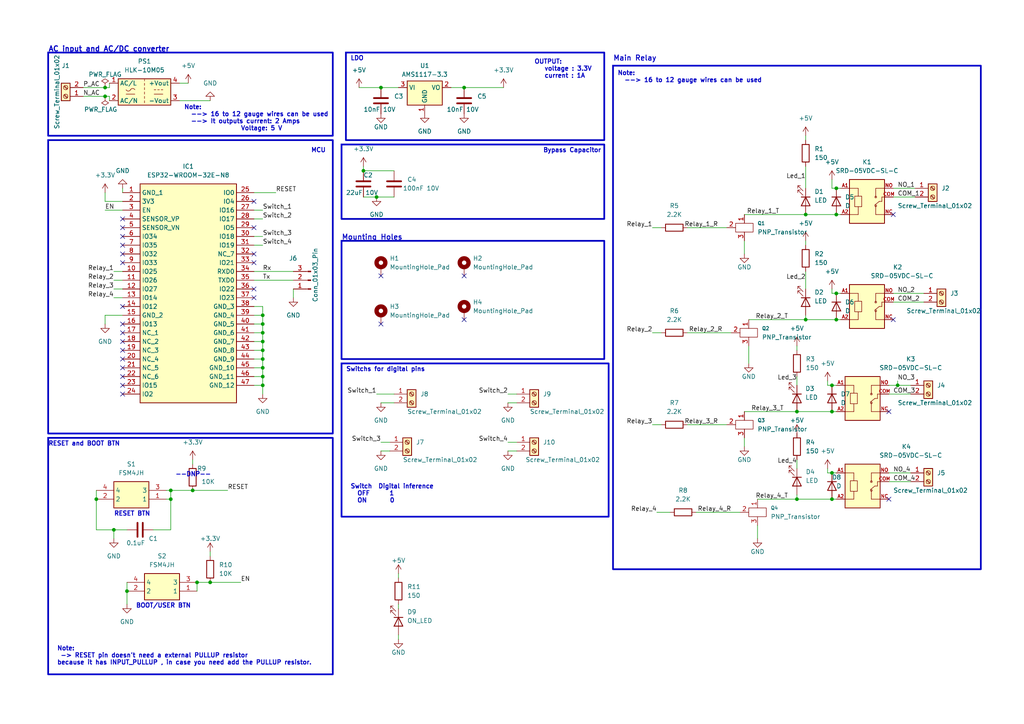
<source format=kicad_sch>
(kicad_sch (version 20230121) (generator eeschema)
  (paper "A4")
  (title_block (title "ESP32_Relay") (date "2024-04-05") (rev "Version : 1") (company "lipson's lab"))
  (lib_symbols
    (symbol "Connector:Conn_01x03_Pin" (pin_names (offset 1.016) hide)
      (property "Reference" "J" (at 0 5.08 0))
      (property "Value" "Conn_01x03_Pin" (at 0 -5.08 0))
      (symbol "Conn_01x03_Pin_1_1"
        (pin passive line (at 5.08 2.54 180) (length 3.81) (name "Pin_1") (number "1"))
        (pin passive line (at 5.08 0 180) (length 3.81) (name "Pin_2") (number "2"))
        (pin passive line (at 5.08 -2.54 180) (length 3.81) (name "Pin_3") (number "3"))
      )
    )
    (symbol "Connector:Screw_Terminal_01x02" (pin_names (offset 1.016) hide)
      (property "Reference" "J" (at 0 2.54 0))
      (property "Value" "Screw_Terminal_01x02" (at 0 -5.08 0))
      (symbol "Screw_Terminal_01x02_1_1"
        (pin passive line (at -5.08 0 0) (length 3.81) (name "Pin_1") (number "1"))
        (pin passive line (at -5.08 -2.54 0) (length 3.81) (name "Pin_2") (number "2"))
      )
    )
    (symbol "Converter_ACDC:HLK-10M05"
      (property "Reference" "PS" (at 0 5.08 0))
      (property "Value" "HLK-10M05" (at 0 -5.08 0))
      (symbol "HLK-10M05_1_1"
        (pin power_in line (at -10.16 2.54 0) (length 2.54) (name "AC/L") (number "1"))
        (pin power_in line (at -10.16 -2.54 0) (length 2.54) (name "AC/N") (number "2"))
        (pin power_out line (at 10.16 -2.54 180) (length 2.54) (name "-Vout") (number "3"))
        (pin power_out line (at 10.16 2.54 180) (length 2.54) (name "+Vout") (number "4"))
      )
    )
    (symbol "Device:C" (pin_numbers hide) (pin_names (offset 0.254))
      (property "Reference" "C" (at 0.635 2.54 0))
      (property "Value" "C" (at 0.635 -2.54 0))
      (symbol "C_1_1"
        (pin passive line (at 0 3.81 270) (length 2.794) (name "~") (number "1"))
        (pin passive line (at 0 -3.81 90) (length 2.794) (name "~") (number "2"))
      )
    )
    (symbol "Device:D" (pin_numbers hide) (pin_names (offset 1.016) hide)
      (property "Reference" "D" (at 0 2.54 0))
      (property "Value" "D" (at 0 -2.54 0))
      (symbol "D_1_1"
        (pin passive line (at -3.81 0 0) (length 2.54) (name "K") (number "1"))
        (pin passive line (at 3.81 0 180) (length 2.54) (name "A") (number "2"))
      )
    )
    (symbol "Device:LED" (pin_numbers hide) (pin_names (offset 1.016) hide)
      (property "Reference" "D" (at 0 2.54 0))
      (property "Value" "LED" (at 0 -2.54 0))
      (symbol "LED_1_1"
        (pin passive line (at -3.81 0 0) (length 2.54) (name "K") (number "1"))
        (pin passive line (at 3.81 0 180) (length 2.54) (name "A") (number "2"))
      )
    )
    (symbol "Device:R" (pin_numbers hide) (pin_names (offset 0))
      (property "Reference" "R" (at 2.032 0 90))
      (property "Value" "R" (at 0 0 90))
      (symbol "R_1_1"
        (pin passive line (at 0 3.81 270) (length 1.27) (name "~") (number "1"))
        (pin passive line (at 0 -3.81 90) (length 1.27) (name "~") (number "2"))
      )
    )
    (symbol "ESP32-WROOM-32E-N8:ESP32-WROOM-32E-N8"
      (property "Reference" "IC" (at 34.29 7.62 0))
      (property "Value" "ESP32-WROOM-32E-N8" (at 34.29 5.08 0))
      (symbol "ESP32-WROOM-32E-N8_1_1"
        (pin passive line (at 0 0 0) (length 5.08) (name "GND_1") (number "1"))
        (pin passive line (at 0 -22.86 0) (length 5.08) (name "IO25") (number "10"))
        (pin passive line (at 0 -25.4 0) (length 5.08) (name "IO26") (number "11"))
        (pin passive line (at 0 -27.94 0) (length 5.08) (name "IO27") (number "12"))
        (pin passive line (at 0 -30.48 0) (length 5.08) (name "IO14") (number "13"))
        (pin passive line (at 0 -33.02 0) (length 5.08) (name "IO12") (number "14"))
        (pin passive line (at 0 -35.56 0) (length 5.08) (name "GND_2") (number "15"))
        (pin passive line (at 0 -38.1 0) (length 5.08) (name "IO13") (number "16"))
        (pin passive line (at 0 -40.64 0) (length 5.08) (name "NC_1") (number "17"))
        (pin passive line (at 0 -43.18 0) (length 5.08) (name "NC_2") (number "18"))
        (pin passive line (at 0 -45.72 0) (length 5.08) (name "NC_3") (number "19"))
        (pin passive line (at 0 -2.54 0) (length 5.08) (name "3V3") (number "2"))
        (pin passive line (at 0 -48.26 0) (length 5.08) (name "NC_4") (number "20"))
        (pin passive line (at 0 -50.8 0) (length 5.08) (name "NC_5") (number "21"))
        (pin passive line (at 0 -53.34 0) (length 5.08) (name "NC_6") (number "22"))
        (pin passive line (at 0 -55.88 0) (length 5.08) (name "IO15") (number "23"))
        (pin passive line (at 0 -58.42 0) (length 5.08) (name "IO2") (number "24"))
        (pin passive line (at 38.1 0 180) (length 5.08) (name "IO0") (number "25"))
        (pin passive line (at 38.1 -2.54 180) (length 5.08) (name "IO4") (number "26"))
        (pin passive line (at 38.1 -5.08 180) (length 5.08) (name "IO16") (number "27"))
        (pin passive line (at 38.1 -7.62 180) (length 5.08) (name "IO17") (number "28"))
        (pin passive line (at 38.1 -10.16 180) (length 5.08) (name "IO5") (number "29"))
        (pin passive line (at 0 -5.08 0) (length 5.08) (name "EN") (number "3"))
        (pin passive line (at 38.1 -12.7 180) (length 5.08) (name "IO18") (number "30"))
        (pin passive line (at 38.1 -15.24 180) (length 5.08) (name "IO19") (number "31"))
        (pin passive line (at 38.1 -17.78 180) (length 5.08) (name "NC_7") (number "32"))
        (pin passive line (at 38.1 -20.32 180) (length 5.08) (name "IO21") (number "33"))
        (pin passive line (at 38.1 -22.86 180) (length 5.08) (name "RXD0") (number "34"))
        (pin passive line (at 38.1 -25.4 180) (length 5.08) (name "TXD0") (number "35"))
        (pin passive line (at 38.1 -27.94 180) (length 5.08) (name "IO22") (number "36"))
        (pin passive line (at 38.1 -30.48 180) (length 5.08) (name "IO23") (number "37"))
        (pin passive line (at 38.1 -33.02 180) (length 5.08) (name "GND_3") (number "38"))
        (pin passive line (at 38.1 -35.56 180) (length 5.08) (name "GND_4") (number "39"))
        (pin passive line (at 0 -7.62 0) (length 5.08) (name "SENSOR_VP") (number "4"))
        (pin passive line (at 38.1 -38.1 180) (length 5.08) (name "GND_5") (number "40"))
        (pin passive line (at 38.1 -40.64 180) (length 5.08) (name "GND_6") (number "41"))
        (pin passive line (at 38.1 -43.18 180) (length 5.08) (name "GND_7") (number "42"))
        (pin passive line (at 38.1 -45.72 180) (length 5.08) (name "GND_8") (number "43"))
        (pin passive line (at 38.1 -48.26 180) (length 5.08) (name "GND_9") (number "44"))
        (pin passive line (at 38.1 -50.8 180) (length 5.08) (name "GND_10") (number "45"))
        (pin passive line (at 38.1 -53.34 180) (length 5.08) (name "GND_11") (number "46"))
        (pin passive line (at 38.1 -55.88 180) (length 5.08) (name "GND_12") (number "47"))
        (pin passive line (at 0 -10.16 0) (length 5.08) (name "SENSOR_VN") (number "5"))
        (pin passive line (at 0 -12.7 0) (length 5.08) (name "IO34") (number "6"))
        (pin passive line (at 0 -15.24 0) (length 5.08) (name "IO35") (number "7"))
        (pin passive line (at 0 -17.78 0) (length 5.08) (name "IO32") (number "8"))
        (pin passive line (at 0 -20.32 0) (length 5.08) (name "IO33") (number "9"))
      )
    )
    (symbol "FSM4JH:FSM4JH"
      (property "Reference" "S" (at 16.51 7.62 0))
      (property "Value" "FSM4JH" (at 16.51 5.08 0))
      (symbol "FSM4JH_1_1"
        (pin passive line (at 0 0 0) (length 5.08) (name "1") (number "1"))
        (pin passive line (at 20.32 0 180) (length 5.08) (name "2") (number "2"))
        (pin passive line (at 0 -2.54 0) (length 5.08) (name "3") (number "3"))
        (pin passive line (at 20.32 -2.54 180) (length 5.08) (name "4") (number "4"))
      )
    )
    (symbol "Mechanical:MountingHole_Pad" (pin_numbers hide) (pin_names (offset 1.016) hide)
      (property "Reference" "H" (at 0 6.35 0))
      (property "Value" "MountingHole_Pad" (at 0 4.445 0))
      (symbol "MountingHole_Pad_1_1"
        (pin input line (at 0 -2.54 90) (length 2.54) (name "1") (number "1"))
      )
    )
    (symbol "Regulator_Linear:AMS1117-3.3"
      (property "Reference" "U" (at -3.81 3.175 0))
      (property "Value" "AMS1117-3.3" (at 0 3.175 0))
      (symbol "AMS1117-3.3_1_1"
        (pin power_in line (at 0 -7.62 90) (length 2.54) (name "GND") (number "1"))
        (pin power_out line (at 7.62 0 180) (length 2.54) (name "VO") (number "2"))
        (pin power_in line (at -7.62 0 0) (length 2.54) (name "VI") (number "3"))
      )
    )
    (symbol "S8550 2TY_PNP_SOT-23_SMD:S8550_2TY_PNP"
      (property "Reference" "Q" (at 1.27 2.54 0))
      (property "Value" "PNP_Transistor" (at 0 -11.43 0))
      (symbol "S8550_2TY_PNP_1_1"
        (pin passive line (at 0 3.81 270) (length 2.54) (name "") (number "1"))
        (pin passive line (at -5.08 0 0) (length 2.54) (name "") (number "2"))
        (pin passive line (at 0 -3.81 90) (length 2.54) (name "") (number "3"))
      )
    )
    (symbol "SRD-05VDC-SL-C:SRD-05VDC-SL-C" (pin_names (offset 1.016))
      (property "Reference" "K" (at -5.0809 5.843 0))
      (property "Value" "SRD-05VDC-SL-C" (at -5.0832 -10.1664 0))
      (symbol "SRD-05VDC-SL-C_0_0"
        (pin passive line (at -7.62 2.54 0) (length 2.54) (name "~") (number "A1"))
        (pin passive line (at -7.62 -5.08 0) (length 2.54) (name "~") (number "A2"))
        (pin passive line (at 7.62 0 180) (length 2.54) (name "~") (number "COM"))
        (pin passive line (at 7.62 -5.08 180) (length 2.54) (name "~") (number "NC"))
        (pin passive line (at 7.62 2.54 180) (length 2.54) (name "~") (number "NO"))
      )
    )
    (symbol "power:+3.3V" (power) (pin_names (offset 0))
      (property "Value" "+3.3V" (at 0 3.556 0))
      (symbol "+3.3V_1_1"
        (pin power_in line (at 0 0 90) (length 0) hide (name "+3.3V") (number "1"))
      )
    )
    (symbol "power:+5V" (power) (pin_names (offset 0))
      (property "Value" "+5V" (at 0 3.556 0))
      (symbol "+5V_1_1"
        (pin power_in line (at 0 0 90) (length 0) hide (name "+5V") (number "1"))
      )
    )
    (symbol "power:GND" (power) (pin_names (offset 0))
      (property "Value" "GND" (at 0 -3.81 0))
      (symbol "GND_1_1"
        (pin power_in line (at 0 0 270) (length 0) hide (name "GND") (number "1"))
      )
    )
    (symbol "power:PWR_FLAG" (power) (pin_numbers hide) (pin_names (offset 0) hide)
      (property "Value" "PWR_FLAG" (at 0 3.81 0))
      (symbol "PWR_FLAG_0_0"
        (pin power_out line (at 0 0 90) (length 0) (name "pwr") (number "1"))
      )
    )
  )
  (junction (at 57.15 168.91))
  (junction (at 76.2 111.76))
  (junction (at 76.2 104.14))
  (junction (at 233.68 92.71))
  (junction (at 76.2 93.98))
  (junction (at 49.53 142.24))
  (junction (at 76.2 96.52))
  (junction (at 76.2 91.44))
  (junction (at 241.3 137.16))
  (junction (at 55.88 142.24))
  (junction (at 60.96 168.91))
  (junction (at 110.49 25.4))
  (junction (at 30.48 27.94))
  (junction (at 241.3 119.38))
  (junction (at 33.02 153.67))
  (junction (at 242.57 92.71))
  (junction (at 134.62 25.4))
  (junction (at 241.3 111.76))
  (junction (at 76.2 99.06))
  (junction (at 105.41 49.53))
  (junction (at 30.48 25.4))
  (junction (at 76.2 101.6))
  (junction (at 36.83 171.45))
  (junction (at 109.22 57.15))
  (junction (at 231.14 144.78))
  (junction (at 76.2 106.68))
  (junction (at 260.35 111.76))
  (junction (at 241.3 144.78))
  (junction (at 76.2 109.22))
  (junction (at 242.57 62.23))
  (junction (at 27.94 144.78))
  (junction (at 231.14 119.38))
  (junction (at 233.68 62.23))
  (junction (at 242.57 54.61))
  (junction (at 49.53 144.78))
  (junction (at 242.57 85.09))
  (no_connect (at 35.56 104.14))
  (no_connect (at 35.56 63.5))
  (no_connect (at 134.62 80.01))
  (no_connect (at 35.56 71.12))
  (no_connect (at 259.08 92.71))
  (no_connect (at 35.56 68.58))
  (no_connect (at 73.66 83.82))
  (no_connect (at 110.49 93.98))
  (no_connect (at 35.56 96.52))
  (no_connect (at 73.66 86.36))
  (no_connect (at 259.08 62.23))
  (no_connect (at 134.62 92.71))
  (no_connect (at 35.56 73.66))
  (no_connect (at 35.56 106.68))
  (no_connect (at 257.81 119.38))
  (no_connect (at 35.56 93.98))
  (no_connect (at 35.56 88.9))
  (no_connect (at 35.56 111.76))
  (no_connect (at 73.66 73.66))
  (no_connect (at 35.56 76.2))
  (no_connect (at 73.66 58.42))
  (no_connect (at 35.56 101.6))
  (no_connect (at 73.66 76.2))
  (no_connect (at 257.81 144.78))
  (no_connect (at 35.56 66.04))
  (no_connect (at 35.56 109.22))
  (no_connect (at 35.56 99.06))
  (no_connect (at 110.49 80.01))
  (no_connect (at 35.56 114.3))
  (no_connect (at 73.66 66.04))
  (wire (pts (xy 33.02 153.67) (xy 33.02 156.21)))
  (wire (pts (xy 73.66 71.12) (xy 76.2 71.12)))
  (wire (pts (xy 36.83 168.91) (xy 36.83 171.45)))
  (wire (pts (xy 36.83 153.67) (xy 33.02 153.67)))
  (wire (pts (xy 85.09 83.82) (xy 85.09 86.36)))
  (wire (pts (xy 27.94 144.78) (xy 27.94 153.67)))
  (wire (pts (xy 33.02 78.74) (xy 35.56 78.74)))
  (wire (pts (xy 76.2 106.68) (xy 76.2 109.22)))
  (wire (pts (xy 147.32 116.84) (xy 149.86 116.84)))
  (wire (pts (xy 233.68 78.74) (xy 233.68 83.82)))
  (wire (pts (xy 190.5 148.59) (xy 194.31 148.59)))
  (wire (pts (xy 73.66 63.5) (xy 76.2 63.5)))
  (wire (pts (xy 49.53 144.78) (xy 49.53 142.24)))
  (wire (pts (xy 73.66 96.52) (xy 76.2 96.52)))
  (wire (pts (xy 49.53 142.24) (xy 55.88 142.24)))
  (wire (pts (xy 217.17 92.71) (xy 233.68 92.71)))
  (wire (pts (xy 30.48 93.98) (xy 30.48 91.44)))
  (wire (pts (xy 259.08 57.15) (xy 265.43 57.15)))
  (wire (pts (xy 242.57 85.09) (xy 243.84 85.09)))
  (wire (pts (xy 199.39 96.52) (xy 212.09 96.52)))
  (wire (pts (xy 233.68 69.85) (xy 233.68 71.12)))
  (wire (pts (xy 110.49 116.84) (xy 114.3 116.84)))
  (wire (pts (xy 147.32 114.3) (xy 149.86 114.3)))
  (wire (pts (xy 259.08 85.09) (xy 267.97 85.09)))
  (wire (pts (xy 33.02 81.28) (xy 35.56 81.28)))
  (wire (pts (xy 259.08 54.61) (xy 265.43 54.61)))
  (wire (pts (xy 215.9 69.85) (xy 215.9 73.66)))
  (wire (pts (xy 231.14 109.22) (xy 231.14 111.76)))
  (wire (pts (xy 31.75 27.94) (xy 31.75 29.21)))
  (wire (pts (xy 73.66 101.6) (xy 76.2 101.6)))
  (wire (pts (xy 73.66 91.44) (xy 76.2 91.44)))
  (wire (pts (xy 60.96 160.02) (xy 60.96 161.29)))
  (wire (pts (xy 73.66 55.88) (xy 80.01 55.88)))
  (wire (pts (xy 240.03 111.76) (xy 241.3 111.76)))
  (wire (pts (xy 231.14 119.38) (xy 241.3 119.38)))
  (wire (pts (xy 260.35 110.49) (xy 260.35 111.76)))
  (wire (pts (xy 147.32 130.81) (xy 149.86 130.81)))
  (wire (pts (xy 242.57 92.71) (xy 243.84 92.71)))
  (wire (pts (xy 73.66 88.9) (xy 76.2 88.9)))
  (wire (pts (xy 189.23 96.52) (xy 191.77 96.52)))
  (wire (pts (xy 110.49 130.81) (xy 113.03 130.81)))
  (wire (pts (xy 215.9 119.38) (xy 231.14 119.38)))
  (wire (pts (xy 231.14 143.51) (xy 231.14 144.78)))
  (wire (pts (xy 105.41 49.53) (xy 114.3 49.53)))
  (wire (pts (xy 242.57 62.23) (xy 243.84 62.23)))
  (wire (pts (xy 55.88 133.35) (xy 55.88 134.62)))
  (wire (pts (xy 73.66 111.76) (xy 76.2 111.76)))
  (wire (pts (xy 241.3 144.78) (xy 242.57 144.78)))
  (wire (pts (xy 110.49 25.4) (xy 115.57 25.4)))
  (wire (pts (xy 24.13 27.94) (xy 30.48 27.94)))
  (wire (pts (xy 44.45 153.67) (xy 49.53 153.67)))
  (wire (pts (xy 257.81 111.76) (xy 260.35 111.76)))
  (wire (pts (xy 233.68 92.71) (xy 242.57 92.71)))
  (wire (pts (xy 30.48 27.94) (xy 31.75 27.94)))
  (wire (pts (xy 54.61 24.13) (xy 52.07 24.13)))
  (wire (pts (xy 240.03 135.89) (xy 240.03 137.16)))
  (wire (pts (xy 241.3 85.09) (xy 242.57 85.09)))
  (wire (pts (xy 189.23 123.19) (xy 191.77 123.19)))
  (wire (pts (xy 60.96 168.91) (xy 69.85 168.91)))
  (wire (pts (xy 233.68 48.26) (xy 233.68 54.61)))
  (wire (pts (xy 215.9 127) (xy 215.9 129.54)))
  (wire (pts (xy 215.9 62.23) (xy 233.68 62.23)))
  (wire (pts (xy 30.48 55.88) (xy 30.48 58.42)))
  (wire (pts (xy 241.3 52.07) (xy 241.3 54.61)))
  (wire (pts (xy 48.26 142.24) (xy 49.53 142.24)))
  (wire (pts (xy 73.66 104.14) (xy 76.2 104.14)))
  (wire (pts (xy 104.14 25.4) (xy 110.49 25.4)))
  (wire (pts (xy 49.53 153.67) (xy 49.53 144.78)))
  (wire (pts (xy 76.2 88.9) (xy 76.2 91.44)))
  (wire (pts (xy 241.3 83.82) (xy 241.3 85.09)))
  (wire (pts (xy 259.08 87.63) (xy 267.97 87.63)))
  (wire (pts (xy 242.57 54.61) (xy 243.84 54.61)))
  (wire (pts (xy 233.68 39.37) (xy 233.68 40.64)))
  (wire (pts (xy 201.93 148.59) (xy 214.63 148.59)))
  (wire (pts (xy 241.3 119.38) (xy 242.57 119.38)))
  (wire (pts (xy 31.75 25.4) (xy 31.75 24.13)))
  (wire (pts (xy 130.81 25.4) (xy 134.62 25.4)))
  (wire (pts (xy 231.14 144.78) (xy 241.3 144.78)))
  (wire (pts (xy 73.66 60.96) (xy 76.2 60.96)))
  (wire (pts (xy 76.2 101.6) (xy 76.2 104.14)))
  (wire (pts (xy 73.66 78.74) (xy 85.09 78.74)))
  (wire (pts (xy 241.3 137.16) (xy 242.57 137.16)))
  (wire (pts (xy 30.48 91.44) (xy 35.56 91.44)))
  (wire (pts (xy 147.32 128.27) (xy 149.86 128.27)))
  (wire (pts (xy 199.39 123.19) (xy 210.82 123.19)))
  (wire (pts (xy 73.66 99.06) (xy 76.2 99.06)))
  (wire (pts (xy 231.14 133.35) (xy 231.14 135.89)))
  (wire (pts (xy 76.2 91.44) (xy 76.2 93.98)))
  (wire (pts (xy 240.03 110.49) (xy 240.03 111.76)))
  (wire (pts (xy 33.02 83.82) (xy 35.56 83.82)))
  (wire (pts (xy 30.48 25.4) (xy 31.75 25.4)))
  (wire (pts (xy 36.83 171.45) (xy 36.83 175.26)))
  (wire (pts (xy 73.66 68.58) (xy 76.2 68.58)))
  (wire (pts (xy 233.68 62.23) (xy 242.57 62.23)))
  (wire (pts (xy 233.68 91.44) (xy 233.68 92.71)))
  (wire (pts (xy 57.15 168.91) (xy 60.96 168.91)))
  (wire (pts (xy 76.2 96.52) (xy 76.2 99.06)))
  (wire (pts (xy 35.56 54.61) (xy 35.56 55.88)))
  (wire (pts (xy 48.26 144.78) (xy 49.53 144.78)))
  (wire (pts (xy 73.66 93.98) (xy 76.2 93.98)))
  (wire (pts (xy 109.22 114.3) (xy 114.3 114.3)))
  (wire (pts (xy 231.14 100.33) (xy 231.14 101.6)))
  (wire (pts (xy 52.07 29.21) (xy 60.96 29.21)))
  (wire (pts (xy 115.57 184.15) (xy 115.57 185.42)))
  (wire (pts (xy 30.48 58.42) (xy 35.56 58.42)))
  (wire (pts (xy 109.22 57.15) (xy 114.3 57.15)))
  (wire (pts (xy 105.41 48.26) (xy 105.41 49.53)))
  (wire (pts (xy 219.71 152.4) (xy 219.71 156.21)))
  (wire (pts (xy 27.94 153.67) (xy 33.02 153.67)))
  (wire (pts (xy 189.23 66.04) (xy 191.77 66.04)))
  (wire (pts (xy 33.02 86.36) (xy 35.56 86.36)))
  (wire (pts (xy 55.88 142.24) (xy 66.04 142.24)))
  (wire (pts (xy 76.2 109.22) (xy 76.2 111.76)))
  (wire (pts (xy 199.39 66.04) (xy 210.82 66.04)))
  (wire (pts (xy 30.48 60.96) (xy 35.56 60.96)))
  (wire (pts (xy 115.57 175.26) (xy 115.57 176.53)))
  (wire (pts (xy 134.62 25.4) (xy 146.05 25.4)))
  (wire (pts (xy 27.94 142.24) (xy 27.94 144.78)))
  (wire (pts (xy 115.57 166.37) (xy 115.57 167.64)))
  (wire (pts (xy 240.03 137.16) (xy 241.3 137.16)))
  (wire (pts (xy 241.3 54.61) (xy 242.57 54.61)))
  (wire (pts (xy 76.2 93.98) (xy 76.2 96.52)))
  (wire (pts (xy 73.66 109.22) (xy 76.2 109.22)))
  (wire (pts (xy 76.2 111.76) (xy 76.2 114.3)))
  (wire (pts (xy 241.3 111.76) (xy 242.57 111.76)))
  (wire (pts (xy 257.81 139.7) (xy 264.16 139.7)))
  (wire (pts (xy 73.66 81.28) (xy 85.09 81.28)))
  (wire (pts (xy 219.71 144.78) (xy 231.14 144.78)))
  (wire (pts (xy 57.15 168.91) (xy 57.15 171.45)))
  (wire (pts (xy 76.2 99.06) (xy 76.2 101.6)))
  (wire (pts (xy 73.66 106.68) (xy 76.2 106.68)))
  (wire (pts (xy 257.81 114.3) (xy 264.16 114.3)))
  (wire (pts (xy 217.17 100.33) (xy 217.17 105.41)))
  (wire (pts (xy 257.81 137.16) (xy 264.16 137.16)))
  (wire (pts (xy 260.35 111.76) (xy 264.16 111.76)))
  (wire (pts (xy 110.49 128.27) (xy 113.03 128.27)))
  (wire (pts (xy 24.13 25.4) (xy 30.48 25.4)))
  (wire (pts (xy 105.41 57.15) (xy 109.22 57.15)))
  (wire (pts (xy 76.2 104.14) (xy 76.2 106.68)))
  (rectangle (start 13.97 127) (end 96.52 195.58) (stroke (width 0.5)))
  (rectangle (start 99.06 105.41) (end 176.53 149.86) (stroke (width 0.5)))
  (rectangle (start 99.06 41.91) (end 175.26 63.5) (stroke (width 0.5)))
  (rectangle (start 13.97 15.24) (end 96.52 39.37) (stroke (width 0.5)))
  (rectangle (start 99.06 69.85) (end 175.26 104.14) (stroke (width 0.5)))
  (rectangle (start 177.8 19.05) (end 284.48 165.1) (stroke (width 0.5)))
  (rectangle (start 13.97 40.64) (end 96.52 125.73) (stroke (width 0.5)))
  (rectangle (start 100.33 15.24) (end 175.26 40.64) (stroke (width 0.5)))
  (text "Note:\n -> RESET pin doesn't need a external PULLUP resistor \nbecause it has INPUT_PULLUP , in case you need add the PULLUP resistor." (at 16.51 193.04 0) (effects (font (size 1.27 1.27) bold) (justify left bottom)))
  (text "Main Relay\n\n" (at 177.8 20.32 0) (effects (font (size 1.5 1.5) (thickness 0.254) bold) (justify left bottom)))
  (text "AC input and AC/DC converter\n" (at 13.97 15.24 0) (effects (font (size 1.5 1.5) (thickness 0.3) bold) (justify left bottom)))
  (text "OUTPUT:\n   voltage : 3.3V\n   current : 1A\n" (at 154.94 22.86 0) (effects (font (size 1.27 1.27) bold) (justify left bottom)))
  (text "Switch  Digital inference\n  OFF      1\n  ON       0" (at 101.6 146.05 0) (effects (font (size 1.27 1.27) bold) (justify left bottom)))
  (text "RESET BTN\n" (at 33.02 149.86 0) (effects (font (size 1.27 1.27) bold) (justify left bottom)))
  (text "RESET and BOOT BTN" (at 13.97 129.54 0) (effects (font (size 1.27 1.27) bold) (justify left bottom)))
  (text "Switchs for digital pins " (at 100.33 107.95 0) (effects (font (size 1.27 1.27) (thickness 0.254) bold) (justify left bottom)))
  (text "Note:\n  --> 16 to 12 gauge wires can be used\n  --> It outputs current: 2 Amps\n                 Voltage: 5 V" (at 53.34 38.1 0) (effects (font (size 1.27 1.27) bold) (justify left bottom)))
  (text "Note:\n  --> 16 to 12 gauge wires can be used\n" (at 179.07 24.13 0) (effects (font (size 1.27 1.27) (thickness 0.254) bold) (justify left bottom)))
  (text "Mounting Holes" (at 99.06 69.85 0) (effects (font (size 1.5 1.5) (thickness 0.254) bold) (justify left bottom)))
  (text "--DNP--" (at 50.8 138.43 0) (effects (font (size 1.27 1.27) (thickness 0.254) bold) (justify left bottom)))
  (text "Bypass Capacitor\n" (at 157.48 44.45 0) (effects (font (size 1.27 1.27) bold) (justify left bottom)))
  (text "MCU\n" (at 90.17 44.45 0) (effects (font (size 1.27 1.27) (thickness 0.254) bold) (justify left bottom)))
  (text "LDO\n" (at 101.6 17.78 0) (effects (font (size 1.27 1.27) bold) (justify left bottom)))
  (text "BOOT/USER BTN" (at 39.37 176.53 0) (effects (font (size 1.27 1.27) bold) (justify left bottom)))
  (label "Relay_2" (at 189.23 96.52 180))
  (label "Switch_4" (at 147.32 128.27 180))
  (label "EN" (at 30.48 60.96 0))
  (label "COM_2" (at 260.35 87.63 0))
  (label "NO_3" (at 260.35 110.49 0))
  (label "Relay_4_T" (at 228.6 144.78 180))
  (label "Relay_2" (at 33.02 81.28 180))
  (label "Led_4" (at 231.14 134.62 180))
  (label "COM_4" (at 259.08 139.7 0))
  (label "Switch_3" (at 76.2 68.58 0))
  (label "Relay_1_T" (at 226.06 62.23 180))
  (label "Relay_3_R" (at 208.28 123.19 180))
  (label "Switch_3" (at 110.49 128.27 180))
  (label "Switch_4" (at 76.2 71.12 0))
  (label "RESET" (at 80.01 55.88 0))
  (label "Switch_2" (at 76.2 63.5 0))
  (label "Relay_3" (at 189.23 123.19 180))
  (label "Relay_1" (at 33.02 78.74 180))
  (label "Led_1" (at 233.68 52.07 180))
  (label "Tx" (at 76.2 81.28 0))
  (label "Relay_1_R" (at 208.28 66.04 180))
  (label "Relay_2_T" (at 228.6 92.71 180))
  (label "Relay_3_T" (at 227.33 119.38 180))
  (label "COM_3" (at 259.08 114.3 0))
  (label "Relay_4" (at 33.02 86.36 180))
  (label "Switch_1" (at 76.2 60.96 0))
  (label "Relay_4_R" (at 212.09 148.59 180))
  (label "Switch_1" (at 109.22 114.3 180))
  (label "Led_2" (at 233.68 81.28 180))
  (label "Relay_3" (at 33.02 83.82 180))
  (label "N_AC" (at 24.13 27.94 0))
  (label "Relay_1" (at 189.23 66.04 180))
  (label "Switch_2" (at 147.32 114.3 180))
  (label "Relay_2_R" (at 209.55 96.52 180))
  (label "RESET" (at 66.04 142.24 0))
  (label "NO_1" (at 260.35 54.61 0))
  (label "NO_4" (at 259.08 137.16 0))
  (label "COM_1" (at 260.35 57.15 0))
  (label "EN" (at 69.85 168.91 0))
  (label "Led_3" (at 231.14 110.49 180))
  (label "Relay_4" (at 190.5 148.59 180))
  (label "Rx" (at 76.2 78.74 0))
  (label "P_AC" (at 24.13 25.4 0))
  (label "NO_2" (at 260.35 85.09 0))
  (symbol (lib_id "power:GND") (at 115.57 185.42 0) (unit 1)
    (property "Reference" "#PWR036" (effects hide))
    (property "Value" "GND" (at 115.57 189.23 0))
  )
  (symbol (lib_id "power:GND") (at 215.9 73.66 0) (unit 1)
    (property "Reference" "#PWR07" (effects hide))
    (property "Value" "GND" (at 215.9 77.47 0))
  )
  (symbol (lib_id "Device:R") (at 195.58 66.04 270) (unit 1)
    (property "Reference" "R5" (at 195.58 59.69 90))
    (property "Value" "2.2K" (at 195.58 62.23 90))
    (property "Footprint" "Resistor_SMD:R_0805_2012Metric" (effects hide))
    (property "Datasheet" "https://www.vishay.com/docs/20035/dcrcwe3.pdf" (effects hide))
    (property "10 pcs" "2.08" (effects hide))
    (property "Availability" "Stock , Mouser" (effects hide))
    (property "Description" "Thick Film Resistors - SMD 1/8watt 2.2Kohms 1% 100ppm" (effects hide))
    (property "Manufacturer_Name" "Vishay / Dale" (effects hide))
    (property "Manufacturer_Part_Number" "CRCW08052K20FKEA" (effects hide))
    (property "Price" "8.30" (effects hide))
  )
  (symbol (lib_id "Device:C") (at 40.64 153.67 90) (unit 1)
    (property "Reference" "C1" (at 44.45 156.21 90))
    (property "Value" "0.1uF" (at 39.37 157.48 90))
    (property "Footprint" "Capacitor_SMD:C_0805_2012Metric" (effects hide))
    (property "Datasheet" "https://www.mouser.in/datasheet/2/447/KEM_C1002_X7R_SMD-3316098.pdf" (effects hide))
    (property "10 pcs" "6.72" (effects hide))
    (property "Availability" "Stock  , Mouser" (effects hide))
    (property "Description" "Multilayer Ceramic Capacitors MLCC - SMD/SMT 10V 0.1uF X7R 0805 5%" (effects hide))
    (property "Manufacturer_Name" "KEMET" (effects hide))
    (property "Manufacturer_Part_Number" "C0805C104J8RACTU" (effects hide))
    (property "Price" "8.30" (effects hide))
  )
  (symbol (lib_id "power:+5V") (at 231.14 100.33 0) (unit 1)
    (property "Reference" "#PWR012" (effects hide))
    (property "Value" "+5V" (at 231.14 95.25 0))
  )
  (symbol (lib_id "Device:R") (at 195.58 96.52 90) (unit 1)
    (property "Reference" "R6" (at 195.58 90.17 90))
    (property "Value" "2.2K" (at 195.58 92.71 90))
    (property "Footprint" "Resistor_SMD:R_0805_2012Metric" (effects hide))
    (property "Datasheet" "https://www.vishay.com/docs/20035/dcrcwe3.pdf" (effects hide))
    (property "10 pcs" "2.08" (effects hide))
    (property "Availability" "Stock , Mouser" (effects hide))
    (property "Description" "Thick Film Resistors - SMD 1/8watt 2.2Kohms 1% 100ppm" (effects hide))
    (property "Manufacturer_Name" "Vishay / Dale" (effects hide))
    (property "Manufacturer_Part_Number" "CRCW08052K20FKEA" (effects hide))
    (property "Price" "8.30" (effects hide))
  )
  (symbol (lib_id "Device:R") (at 195.58 123.19 90) (unit 1)
    (property "Reference" "R7" (at 195.58 116.84 90))
    (property "Value" "2.2K" (at 195.58 119.38 90))
    (property "Footprint" "Resistor_SMD:R_0805_2012Metric" (effects hide))
    (property "Datasheet" "https://www.vishay.com/docs/20035/dcrcwe3.pdf" (effects hide))
    (property "10 pcs" "2.08" (effects hide))
    (property "Availability" "Stock , Mouser" (effects hide))
    (property "Description" "Thick Film Resistors - SMD 1/8watt 2.2Kohms 1% 100ppm" (effects hide))
    (property "Manufacturer_Name" "Vishay / Dale" (effects hide))
    (property "Manufacturer_Part_Number" "CRCW08052K20FKEA" (effects hide))
    (property "Price" "8.30" (effects hide))
  )
  (symbol (lib_id "Device:C") (at 110.49 29.21 0) (unit 1)
    (property "Reference" "C3" (at 114.3 27.94 0) (effects (justify left)))
    (property "Value" "10nF 10V" (at 105.41 31.75 0) (effects (justify left)))
    (property "Footprint" "Capacitor_SMD:C_0805_2012Metric" (effects hide))
    (property "Datasheet" "https://www.we-online.com/components/products/datasheet/885012007009.pdf" (effects hide))
    (property "10 pcs" "15.36" (effects hide))
    (property "Availability" "Stock , Mouser" (effects hide))
    (property "Description" "Multilayer Ceramic Capacitors MLCC - SMD/SMT WCAP-CSGP 0.01uF 0805 5% 10V MLCC" (effects hide))
    (property "Manufacturer_Name" "Wurth Elektronik" (effects hide))
    (property "Manufacturer_Part_Number" "885012007009" (effects hide))
    (property "Price" "16.60" (effects hide))
  )
  (symbol (lib_id "ESP32-WROOM-32E-N8:ESP32-WROOM-32E-N8") (at 35.56 55.88 0) (unit 1)
    (property "Reference" "IC1" (at 54.61 48.26 0))
    (property "Value" "ESP32-WROOM-32E-N8" (at 54.61 50.8 0))
    (property "Footprint" "ESP32-WROOM-32E-N8:ESP32WROOM32EN8" (effects hide))
    (property "Datasheet" "https://www.google.com/url?sa=t&rct=j&q=&esrc=s&source=web&cd=&ved=2ahUKEwjLw4ysybv2AhXFzIUKHZUbB64QFnoECCwQAQ&url=https%3A%2F%2Fwww.espressif.com%2Fsites%2Fdefault%2Ffiles%2Fdocumentation%2Fesp32-wroom-32e_esp32-wroom-32ue_datasheet_en.pdf&usg=AOvVaw1xSL" (effects hide))
    (property "Mouser Part Number" "356-ESP32WRM32E164PH" (effects hide))
    (property "Mouser Price/Stock" "https://www.mouser.co.uk/ProductDetail/Espressif-Systems/ESP32-WROOM-32E-N8?qs=Li%252BoUPsLEnsLnZW%252BGLgUhw%3D%3D" (effects hide))
    (property "Manufacturer_Name" "Espressif Systems" (effects hide))
    (property "Manufacturer_Part_Number" "ESP32-WROOM-32E-N8" (effects hide))
    (property "10 pcs" "----" (effects hide))
    (property "Availability" "Stock , Mouser" (effects hide))
    (property "Description" "Multiprotocol Modules SMD Module ESP32-WROOM-32E, ESP32-D0WD-V3, 8 MB SPI flash, PCB antenna" (effects hide))
    (property "Price" "232.40" (effects hide))
  )
  (symbol (lib_id "power:GND") (at 30.48 93.98 0) (unit 1)
    (property "Reference" "#PWR016" (effects hide))
    (property "Value" "GND" (at 30.48 99.06 0))
  )
  (symbol (lib_id "Mechanical:MountingHole_Pad") (at 110.49 77.47 0) (unit 1)
    (property "Reference" "H1" (at 113.03 74.93 0) (effects (justify left)))
    (property "Value" "MountingHole_Pad" (at 113.03 77.47 0) (effects (justify left)))
    (property "Footprint" "MountingHole:MountingHole_2.5mm_Pad" (effects hide))
    (property "Datasheet" "----" (effects hide))
    (property "10 pcs" "----" (effects hide))
    (property "Availability" "----" (effects hide))
    (property "Description" "----" (effects hide))
    (property "Manufacturer_Name" "----" (effects hide))
    (property "Manufacturer_Part_Number" "----" (effects hide))
    (property "Price" "----" (effects hide))
  )
  (symbol (lib_id "Connector:Screw_Terminal_01x02") (at 269.24 137.16 0) (unit 1)
    (property "Reference" "J5" (at 271.78 137.16 0) (effects (justify left)))
    (property "Value" "Screw_Terminal_01x02" (at 259.08 142.24 0) (effects (justify left)))
    (property "Footprint" "TerminalBlock_MetzConnect:TerminalBlock_MetzConnect_Type175_RT02702HBLC_1x02_P7.50mm_Horizontal" (effects hide))
    (property "Datasheet" "----" (effects hide))
    (property "10 pcs" "----" (effects hide))
    (property "Availability" "Stock , Componentstree" (effects hide))
    (property "Description" "A terminal block is a modular block" (effects hide))
    (property "Manufacturer_Name" "----" (effects hide))
    (property "Manufacturer_Part_Number" "https://componentstree.com/product/2-pin-7-5mm-pitch-pcb-terminal-block/" (effects hide))
    (property "Price" "14.16" (effects hide))
  )
  (symbol (lib_id "power:GND") (at 123.19 33.02 0) (unit 1)
    (property "Reference" "#PWR030" (effects hide))
    (property "Value" "GND" (at 123.19 38.1 0))
  )
  (symbol (lib_id "power:GND") (at 134.62 33.02 0) (unit 1)
    (property "Reference" "#PWR029" (effects hide))
    (property "Value" "GND" (at 134.62 38.1 0))
  )
  (symbol (lib_id "power:GND") (at 110.49 33.02 0) (unit 1)
    (property "Reference" "#PWR028" (effects hide))
    (property "Value" "GND" (at 110.49 36.83 0))
  )
  (symbol (lib_id "FSM4JH:FSM4JH") (at 57.15 171.45 180) (unit 1)
    (property "Reference" "S2" (at 46.99 161.29 0))
    (property "Value" "FSM4JH" (at 46.99 163.83 0))
    (property "Footprint" "FSM4JH_Tactile_Switch:FSM4JH" (effects hide))
    (property "Datasheet" "http://www.te.com/commerce/DocumentDelivery/DDEController?Action=showdoc&DocId=Customer+Drawing%7F1825910%7FC9%7Fpdf%7FEnglish%7FENG_CD_1825910_C9.pdf%7F1825910-6" (effects hide))
    (property "Mouser Part Number" "506-FSM4JH" (effects hide))
    (property "Mouser Price/Stock" "https://www.mouser.co.uk/ProductDetail/TE-Connectivity-Alcoswitch/FSM4JH?qs=g%252BEszo6zu8OwVWrHD2r3Rw%3D%3D" (effects hide))
    (property "Manufacturer_Name" "TE Connectivity" (effects hide))
    (property "Manufacturer_Part_Number" "FSM4JH" (effects hide))
    (property "10 pcs" "10.96" (effects hide))
    (property "Availability" "Stock , Mouser" (effects hide))
    (property "Description" "Tactile Switches SPST OFF-(ON) Round pushbutton" (effects hide))
    (property "Price" "11.62" (effects hide))
  )
  (symbol (lib_id "power:+5V") (at 240.03 135.89 0) (unit 1)
    (property "Reference" "#PWR05" (effects hide))
    (property "Value" "+5V" (at 240.03 130.81 0))
  )
  (symbol (lib_id "FSM4JH:FSM4JH") (at 48.26 144.78 180) (unit 1)
    (property "Reference" "S1" (at 38.1 134.62 0))
    (property "Value" "FSM4JH" (at 38.1 137.16 0))
    (property "Footprint" "FSM4JH_Tactile_Switch:FSM4JH" (effects hide))
    (property "Datasheet" "http://www.te.com/commerce/DocumentDelivery/DDEController?Action=showdoc&DocId=Customer+Drawing%7F1825910%7FC9%7Fpdf%7FEnglish%7FENG_CD_1825910_C9.pdf%7F1825910-6" (effects hide))
    (property "Mouser Part Number" "506-FSM4JH" (effects hide))
    (property "Mouser Price/Stock" "https://www.mouser.co.uk/ProductDetail/TE-Connectivity-Alcoswitch/FSM4JH?qs=g%252BEszo6zu8OwVWrHD2r3Rw%3D%3D" (effects hide))
    (property "Manufacturer_Name" "TE Connectivity" (effects hide))
    (property "Manufacturer_Part_Number" "FSM4JH" (effects hide))
    (property "10 pcs" "10.96" (effects hide))
    (property "Availability" "Stock , Mouser" (effects hide))
    (property "Description" "Tactile Switches SPST OFF-(ON) Round pushbutton" (effects hide))
    (property "Price" "11.62" (effects hide))
  )
  (symbol (lib_id "S8550 2TY_PNP_SOT-23_SMD:S8550_2TY_PNP") (at 219.71 148.59 0) (unit 1)
    (property "Reference" "Q4" (at 223.52 147.3199 0) (effects (font (size 1 1)) (justify left)))
    (property "Value" "PNP_Transistor" (at 223.52 149.86 0) (effects (justify left)))
    (property "Footprint" "Package_TO_SOT_SMD:SOT-23" (effects hide))
    (property "Datasheet" "https://www.sunrom.com/download/521.pdf" (effects hide))
    (property "10 pcs" "2.36" (effects hide))
    (property "Availability" "Stock , sunrom" (effects hide))
    (property "Description" "S8550 2TY PNP SOT-23 SMD 0.5A 40V" (effects hide))
    (property "Manufacturer_Name" "Hottech Electronic" (effects hide))
    (property "Manufacturer_Part_Number" "5203" (effects hide))
    (property "Price" "----" (effects hide))
  )
  (symbol (lib_id "power:GND") (at 110.49 130.81 0) (unit 1)
    (property "Reference" "#PWR025" (effects hide))
    (property "Value" "GND" (at 110.49 135.89 0))
  )
  (symbol (lib_id "power:GND") (at 147.32 130.81 0) (unit 1)
    (property "Reference" "#PWR026" (effects hide))
    (property "Value" "GND" (at 147.32 135.89 0))
  )
  (symbol (lib_id "Device:R") (at 231.14 105.41 0) (unit 1)
    (property "Reference" "R3" (at 233.68 104.14 0) (effects (justify left)))
    (property "Value" "150" (at 233.68 106.68 0) (effects (justify left)))
    (property "Footprint" "Resistor_SMD:R_0805_2012Metric" (effects hide))
    (property "Datasheet" "https://www.vishay.com/docs/20035/dcrcwe3.pdf" (effects hide))
    (property "10 pcs" "4.23" (effects hide))
    (property "Availability" "Stock , Mouser" (effects hide))
    (property "Description" "Thick Film Resistors - SMD 1/8Watt 150ohms 1% Commercial Use" (effects hide))
    (property "Manufacturer_Name" "Vishay / Dale" (effects hide))
    (property "Manufacturer_Part_Number" "CRCW0805150RFKEAC" (effects hide))
    (property "Price" "8.30" (effects hide))
  )
  (symbol (lib_id "power:+5V") (at 231.14 125.73 0) (unit 1)
    (property "Reference" "#PWR011" (effects hide))
    (property "Value" "+5V" (at 231.14 121.92 0))
  )
  (symbol (lib_id "Device:LED") (at 233.68 87.63 270) (unit 1)
    (property "Reference" "D2" (at 236.22 84.7725 90) (effects (justify left)))
    (property "Value" "LED" (at 236.22 87.3125 90) (effects (justify left)))
    (property "Footprint" "LED_SMD:LED_1206_3216Metric" (effects hide))
    (property "Datasheet" "https://www.we-online.com/components/products/datasheet/156120VS75000.pdf" (effects hide))
    (property "10 pcs" "16.67" (effects hide))
    (property "Availability" "Stock , Mouser" (effects hide))
    (property "Description" "Standard LEDs - SMD WL-SMRW SMD RvMt Mon Wtrclr Rect 1206BtGn" (effects hide))
    (property "Manufacturer_Name" "Wurth Elektronik" (effects hide))
    (property "Manufacturer_Part_Number" "156120VS75000" (effects hide))
    (property "Price" "16.60" (effects hide))
  )
  (symbol (lib_id "power:GND") (at 85.09 86.36 0) (unit 1)
    (property "Reference" "#PWR018" (effects hide))
    (property "Value" "GND" (at 85.09 91.44 0))
  )
  (symbol (lib_id "power:+3.3V") (at 30.48 55.88 0) (unit 1)
    (property "Reference" "#PWR034" (effects hide))
    (property "Value" "+3.3V" (at 30.48 50.8 0))
  )
  (symbol (lib_id "Device:LED") (at 233.68 58.42 270) (unit 1)
    (property "Reference" "D1" (at 236.22 55.5625 90) (effects (justify left)))
    (property "Value" "LED" (at 236.22 58.1025 90) (effects (justify left)))
    (property "Footprint" "LED_SMD:LED_1206_3216Metric" (effects hide))
    (property "Datasheet" "https://www.we-online.com/components/products/datasheet/156120VS75000.pdf" (effects hide))
    (property "10 pcs" "16.67" (effects hide))
    (property "Availability" "Stock , Mouser" (effects hide))
    (property "Description" "Standard LEDs - SMD WL-SMRW SMD RvMt Mon Wtrclr Rect 1206BtGn" (effects hide))
    (property "Manufacturer_Name" "Wurth Elektronik" (effects hide))
    (property "Manufacturer_Part_Number" "156120VS75000" (effects hide))
    (property "Price" "16.60" (effects hide))
  )
  (symbol (lib_id "SRD-05VDC-SL-C:SRD-05VDC-SL-C") (at 251.46 57.15 0) (unit 1)
    (property "Reference" "K1" (at 251.46 46.99 0))
    (property "Value" "SRD-05VDC-SL-C" (at 251.46 49.53 0))
    (property "Footprint" "RELAY_SRD-05VDC-SL-C:RELAY_SRD-05VDC-SL-C" (effects hide))
    (property "Datasheet" "https://datasheetspdf.com/mobile/720556/Songle/SRD-05VDC-SL-C/1" (effects hide))
    (property "Description" "5V DC SONGLE Power Relay T73-5V SRD-05VDC-SL-C DIP-5 PCB Type" (effects hide))
    (property "Price" "----" (effects hide))
    (property "Availability" "Stock , Amazon" (effects hide))
    (property "10 pcs" "----" (effects hide))
    (property "Manufacturer_Name" "SONGLE" (effects hide))
    (property "Manufacturer_Part_Number" "SRD-05VDC-SL-C" (effects hide))
  )
  (symbol (lib_id "Mechanical:MountingHole_Pad") (at 134.62 77.47 0) (unit 1)
    (property "Reference" "H2" (at 137.16 74.93 0) (effects (justify left)))
    (property "Value" "MountingHole_Pad" (at 137.16 77.47 0) (effects (justify left)))
    (property "Footprint" "MountingHole:MountingHole_2.5mm_Pad" (effects hide))
    (property "Datasheet" "----" (effects hide))
    (property "10 pcs" "----" (effects hide))
    (property "Availability" "----" (effects hide))
    (property "Description" "----" (effects hide))
    (property "Manufacturer_Name" "----" (effects hide))
    (property "Manufacturer_Part_Number" "----" (effects hide))
    (property "Price" "----" (effects hide))
  )
  (symbol (lib_id "Device:LED") (at 231.14 115.57 270) (unit 1)
    (property "Reference" "D3" (at 233.5656 112.7125 90) (effects (justify left)))
    (property "Value" "LED" (at 233.5656 115.2525 90) (effects (justify left)))
    (property "Footprint" "LED_SMD:LED_1206_3216Metric" (effects hide))
    (property "Datasheet" "https://www.we-online.com/components/products/datasheet/156120VS75000.pdf" (effects hide))
    (property "10 pcs" "16.67" (effects hide))
    (property "Availability" "Stock , Mouser" (effects hide))
    (property "Description" "Standard LEDs - SMD WL-SMRW SMD RvMt Mon Wtrclr Rect 1206BtGn" (effects hide))
    (property "Manufacturer_Name" "Wurth Elektronik" (effects hide))
    (property "Manufacturer_Part_Number" "156120VS75000" (effects hide))
    (property "Price" "16.60" (effects hide))
  )
  (symbol (lib_id "Connector:Screw_Terminal_01x02") (at 19.05 27.94 180) (unit 1)
    (property "Reference" "J1" (at 19.05 19.05 0))
    (property "Value" "Screw_Terminal_01x02" (at 16.51 26.67 90))
    (property "Footprint" "TerminalBlock_MetzConnect:TerminalBlock_MetzConnect_Type175_RT02702HBLC_1x02_P7.50mm_Horizontal" (effects hide))
    (property "Datasheet" "----" (effects hide))
    (property "10 pcs" "----" (effects hide))
    (property "Availability" "Stock , Componentstree" (effects hide))
    (property "Description" "A terminal block is a modular block" (effects hide))
    (property "Manufacturer_Name" "----" (effects hide))
    (property "Manufacturer_Part_Number" "https://componentstree.com/product/2-pin-7-5mm-pitch-pcb-terminal-block/" (effects hide))
    (property "Price" "14.16" (effects hide))
  )
  (symbol (lib_id "Mechanical:MountingHole_Pad") (at 134.62 90.17 0) (unit 1)
    (property "Reference" "H4" (at 137.16 87.63 0) (effects (justify left)))
    (property "Value" "MountingHole_Pad" (at 137.16 90.17 0) (effects (justify left)))
    (property "Footprint" "MountingHole:MountingHole_2.5mm_Pad" (effects hide))
    (property "Datasheet" "----" (effects hide))
    (property "10 pcs" "----" (effects hide))
    (property "Availability" "----" (effects hide))
    (property "Description" "----" (effects hide))
    (property "Manufacturer_Name" "----" (effects hide))
    (property "Manufacturer_Part_Number" "----" (effects hide))
    (property "Price" "----" (effects hide))
  )
  (symbol (lib_id "Connector:Screw_Terminal_01x02") (at 118.11 128.27 0) (unit 1)
    (property "Reference" "J7" (at 120.65 128.27 0) (effects (justify left)))
    (property "Value" "Screw_Terminal_01x02" (at 116.84 133.35 0) (effects (justify left)))
    (property "Footprint" "TerminalBlock_MetzConnect:TerminalBlock_MetzConnect_Type175_RT02702HBLC_1x02_P7.50mm_Horizontal" (effects hide))
    (property "Datasheet" "----" (effects hide))
    (property "10 pcs" "----" (effects hide))
    (property "Availability" "Stock , Componentstree" (effects hide))
    (property "Description" "A terminal block is a modular block" (effects hide))
    (property "Manufacturer_Name" "----" (effects hide))
    (property "Manufacturer_Part_Number" "https://componentstree.com/product/2-pin-7-5mm-pitch-pcb-terminal-block/" (effects hide))
    (property "Price" "14.16" (effects hide))
  )
  (symbol (lib_id "power:+5V") (at 115.57 166.37 0) (unit 1)
    (property "Reference" "#PWR035" (effects hide))
    (property "Value" "+5V" (at 115.57 162.56 0))
  )
  (symbol (lib_id "Connector:Screw_Terminal_01x02") (at 270.51 54.61 0) (unit 1)
    (property "Reference" "J2" (at 273.05 54.61 0) (effects (justify left)))
    (property "Value" "Screw_Terminal_01x02" (at 260.35 59.69 0) (effects (justify left)))
    (property "Footprint" "TerminalBlock_MetzConnect:TerminalBlock_MetzConnect_Type175_RT02702HBLC_1x02_P7.50mm_Horizontal" (effects hide))
    (property "Datasheet" "----" (effects hide))
    (property "10 pcs" "----" (effects hide))
    (property "Availability" "Stock , Componentstree" (effects hide))
    (property "Description" "A terminal block is a modular block" (effects hide))
    (property "Manufacturer_Name" "----" (effects hide))
    (property "Manufacturer_Part_Number" "https://componentstree.com/product/2-pin-7-5mm-pitch-pcb-terminal-block/" (effects hide))
    (property "Price" "14.16" (effects hide))
  )
  (symbol (lib_id "S8550 2TY_PNP_SOT-23_SMD:S8550_2TY_PNP") (at 215.9 123.19 0) (unit 1)
    (property "Reference" "Q3" (at 219.71 121.9199 0) (effects (font (size 1 1)) (justify left)))
    (property "Value" "PNP_Transistor" (at 219.71 124.46 0) (effects (justify left)))
    (property "Footprint" "Package_TO_SOT_SMD:SOT-23" (effects hide))
    (property "Datasheet" "https://www.sunrom.com/download/521.pdf" (effects hide))
    (property "10 pcs" "2.36" (effects hide))
    (property "Availability" "Stock , sunrom" (effects hide))
    (property "Description" "S8550 2TY PNP SOT-23 SMD 0.5A 40V" (effects hide))
    (property "Manufacturer_Name" "Hottech Electronic" (effects hide))
    (property "Manufacturer_Part_Number" "5203" (effects hide))
    (property "Price" "----" (effects hide))
  )
  (symbol (lib_id "power:+5V") (at 54.61 24.13 0) (unit 1)
    (property "Reference" "#PWR01" (effects hide))
    (property "Value" "+5V" (at 54.61 19.05 0))
  )
  (symbol (lib_id "power:+5V") (at 241.3 52.07 0) (unit 1)
    (property "Reference" "#PWR02" (effects hide))
    (property "Value" "+5V" (at 241.3 46.99 0))
  )
  (symbol (lib_id "Converter_ACDC:HLK-10M05") (at 41.91 26.67 0) (unit 1)
    (property "Reference" "PS1" (at 41.91 17.78 0))
    (property "Value" "HLK-10M05" (at 41.91 20.32 0))
    (property "Footprint" "Converter_ACDC:Converter_ACDC_HiLink_HLK-10Mxx" (effects hide))
    (property "Datasheet" "http://h.hlktech.com/download/ACDC%E7%94%B5%E6%BA%90%E6%A8%A1%E5%9D%9710W%E7%B3%BB%E5%88%97/1/%E6%B5%B7%E5%87%8C%E7%A7%9110W%E7%B3%BB%E5%88%97%E7%94%B5%E6%BA%90%E6%A8%A1%E5%9D%97%E8%A7%84%E6%A0%BC%E4%B9%A6V1.8.pdf" (effects hide))
    (property "10 pcs" "----" (effects hide))
    (property "Availability" "Stock , Roboway" (effects hide))
    (property "Description" " Hi-Link HLK-10M05 5V 10W Ac-Dc Converter" (effects hide))
    (property "Manufacturer_Name" "Hi-Link" (effects hide))
    (property "Manufacturer_Part_Number" "RW-317" (effects hide))
    (property "Price" "179.00" (effects hide))
  )
  (symbol (lib_id "power:GND") (at 33.02 156.21 0) (unit 1)
    (property "Reference" "#PWR020" (effects hide))
    (property "Value" "GND" (at 33.02 161.29 0))
  )
  (symbol (lib_id "power:GND") (at 110.49 116.84 0) (unit 1)
    (property "Reference" "#PWR023" (effects hide))
    (property "Value" "GND" (at 110.49 121.92 0))
  )
  (symbol (lib_id "power:GND") (at 215.9 129.54 0) (unit 1)
    (property "Reference" "#PWR09" (effects hide))
    (property "Value" "GND" (at 215.9 133.35 0))
  )
  (symbol (lib_id "S8550 2TY_PNP_SOT-23_SMD:S8550_2TY_PNP") (at 215.9 66.04 0) (unit 1)
    (property "Reference" "Q1" (at 219.71 64.7699 0) (effects (font (size 1 1)) (justify left)))
    (property "Value" "PNP_Transistor" (at 219.71 67.31 0) (effects (justify left)))
    (property "Footprint" "Package_TO_SOT_SMD:SOT-23" (effects hide))
    (property "Datasheet" "https://www.sunrom.com/download/521.pdf" (effects hide))
    (property "10 pcs" "2.36" (effects hide))
    (property "Availability" "Stock , sunrom" (effects hide))
    (property "Description" "S8550 2TY PNP SOT-23 SMD 0.5A 40V" (effects hide))
    (property "Manufacturer_Name" "Hottech Electronic" (effects hide))
    (property "Manufacturer_Part_Number" "5203" (effects hide))
    (property "Price" "----" (effects hide))
  )
  (symbol (lib_id "Connector:Conn_01x03_Pin") (at 90.17 81.28 180) (unit 1)
    (property "Reference" "J6" (at 83.82 74.93 0) (effects (justify right)))
    (property "Value" "Conn_01x03_Pin" (at 91.44 87.63 90) (effects (justify right)))
    (property "Footprint" "Connector_PinHeader_2.54mm:PinHeader_1x03_P2.54mm_Vertical" (effects hide))
    (property "Datasheet" "Buy in Robu.com Header Pins" (effects hide))
    (property "10 pcs" "---" (effects hide))
    (property "Availability" "----" (effects hide))
    (property "Description" "----" (effects hide))
    (property "Manufacturer_Name" "----" (effects hide))
    (property "Manufacturer_Part_Number" "----" (effects hide))
    (property "Price" "----" (effects hide))
  )
  (symbol (lib_id "power:GND") (at 36.83 175.26 0) (unit 1)
    (property "Reference" "#PWR019" (effects hide))
    (property "Value" "GND" (at 36.83 180.34 0))
  )
  (symbol (lib_id "Connector:Screw_Terminal_01x02") (at 269.24 111.76 0) (unit 1)
    (property "Reference" "J4" (at 271.78 111.76 0) (effects (justify left)))
    (property "Value" "Screw_Terminal_01x02" (at 260.35 116.84 0) (effects (justify left)))
    (property "Footprint" "TerminalBlock_MetzConnect:TerminalBlock_MetzConnect_Type175_RT02702HBLC_1x02_P7.50mm_Horizontal" (effects hide))
    (property "Datasheet" "----" (effects hide))
    (property "10 pcs" "----" (effects hide))
    (property "Availability" "Stock , Componentstree" (effects hide))
    (property "Description" "A terminal block is a modular block" (effects hide))
    (property "Manufacturer_Name" "----" (effects hide))
    (property "Manufacturer_Part_Number" "https://componentstree.com/product/2-pin-7-5mm-pitch-pcb-terminal-block/" (effects hide))
    (property "Price" "14.16" (effects hide))
  )
  (symbol (lib_id "Device:D") (at 242.57 58.42 270) (unit 1)
    (property "Reference" "D5" (at 245.11 57.15 90) (effects (justify left)))
    (property "Value" "D" (at 245.11 59.69 90) (effects (justify left)))
    (property "Footprint" "Diode_SMD:D_0805_2012Metric" (effects hide))
    (property "Datasheet" "https://services.taiwansemi.com/storage/resources/datasheet/BZY55C2V4%20SERIES_E2301.pdf" (effects hide))
    (property "10 pcs" "14.86" (effects hide))
    (property "Availability" "Stock , Mouser" (effects hide))
    (property "Description" "Zener Diodes 500mW, 5%, Small Signal Zener Diode" (effects hide))
    (property "Manufacturer_Name" "Taiwan Semiconductor" (effects hide))
    (property "Manufacturer_Part_Number" "BZY55C9V1 RBG" (effects hide))
    (property "Price" "21.58" (effects hide))
  )
  (symbol (lib_id "SRD-05VDC-SL-C:SRD-05VDC-SL-C") (at 250.19 114.3 0) (unit 1)
    (property "Reference" "K3" (at 264.16 104.14 0))
    (property "Value" "SRD-05VDC-SL-C" (at 264.16 106.68 0))
    (property "Footprint" "RELAY_SRD-05VDC-SL-C:RELAY_SRD-05VDC-SL-C" (effects hide))
    (property "Datasheet" "https://datasheetspdf.com/mobile/720556/Songle/SRD-05VDC-SL-C/1" (effects hide))
    (property "Description" "5V DC SONGLE Power Relay T73-5V SRD-05VDC-SL-C DIP-5 PCB Type" (effects hide))
    (property "Price" "----" (effects hide))
    (property "Availability" "Stock , Amazon" (effects hide))
    (property "10 pcs" "----" (effects hide))
    (property "Manufacturer_Name" "SONGLE" (effects hide))
    (property "Manufacturer_Part_Number" "SRD-05VDC-SL-C" (effects hide))
  )
  (symbol (lib_id "Device:C") (at 134.62 29.21 0) (unit 1)
    (property "Reference" "C5" (at 138.43 27.94 0) (effects (justify left)))
    (property "Value" "10nF 10V" (at 129.54 31.75 0) (effects (justify left)))
    (property "Footprint" "Capacitor_SMD:C_0805_2012Metric" (effects hide))
    (property "Datasheet" "https://www.we-online.com/components/products/datasheet/885012007009.pdf" (effects hide))
    (property "10 pcs" "15.36" (effects hide))
    (property "Availability" "Stock , Mouser" (effects hide))
    (property "Description" "Multilayer Ceramic Capacitors MLCC - SMD/SMT WCAP-CSGP 0.01uF 0805 5% 10V MLCC" (effects hide))
    (property "Manufacturer_Name" "Wurth Elektronik" (effects hide))
    (property "Manufacturer_Part_Number" "885012007009" (effects hide))
    (property "Price" "16.60" (effects hide))
  )
  (symbol (lib_id "power:GND") (at 60.96 29.21 180) (unit 1)
    (property "Reference" "#PWR06" (effects hide))
    (property "Value" "GND" (at 60.96 24.13 0))
  )
  (symbol (lib_id "Device:R") (at 55.88 138.43 0) (unit 1)
    (property "Reference" "R9" (at 57.15 135.89 0) (effects (justify left)))
    (property "Value" "10K" (at 58.42 139.7 0) (effects (justify left)))
    (property "Footprint" "Resistor_SMD:R_0805_2012Metric" (effects hide))
    (property "Datasheet" "https://www.mouser.in/datasheet/2/54/cr-1858361.pdf" (effects hide))
    (property "10 pcs" "1.08" (effects hide))
    (property "Availability" "Stock , Mouser" (effects hide))
    (property "Description" "Thick Film Resistors - SMD 10K 1%" (effects hide))
    (property "Manufacturer_Name" "Bourns" (effects hide))
    (property "Manufacturer_Part_Number" "CR0805-FX-1002ELF" (effects hide))
    (property "Price" "8.30" (effects hide))
  )
  (symbol (lib_id "Device:LED") (at 115.57 180.34 270) (unit 1)
    (property "Reference" "D9" (at 118.11 177.4825 90) (effects (justify left)))
    (property "Value" "ON_LED" (at 118.11 180.0225 90) (effects (justify left)))
    (property "Footprint" "LED_SMD:LED_1206_3216Metric" (effects hide))
    (property "Datasheet" "https://www.we-online.com/components/products/datasheet/156120VS75000.pdf" (effects hide))
    (property "10 pcs" "16.67" (effects hide))
    (property "Availability" "Stock , Mouser" (effects hide))
    (property "Description" "Standard LEDs - SMD WL-SMRW SMD RvMt Mon Wtrclr Rect 1206BtGn" (effects hide))
    (property "Manufacturer_Name" "Wurth Elektronik" (effects hide))
    (property "Manufacturer_Part_Number" "156120VS75000" (effects hide))
    (property "Price" "16.60" (effects hide))
  )
  (symbol (lib_id "power:+5V") (at 233.68 39.37 0) (unit 1)
    (property "Reference" "#PWR014" (effects hide))
    (property "Value" "+5V" (at 233.68 34.29 0))
  )
  (symbol (lib_id "power:+5V") (at 233.68 69.85 0) (unit 1)
    (property "Reference" "#PWR013" (effects hide))
    (property "Value" "+5V" (at 233.68 64.77 0))
  )
  (symbol (lib_id "Device:C") (at 105.41 53.34 0) (unit 1)
    (property "Reference" "C2" (at 105.41 50.8 0) (effects (justify left)))
    (property "Value" "22uF 10V" (at 100.33 55.88 0) (effects (justify left)))
    (property "Footprint" "Capacitor_SMD:C_0805_2012Metric" (effects hide))
    (property "Datasheet" "https://www.mouser.in/datasheet/2/585/MLCC-1837944.pdf" (effects hide))
    (property "10 pcs" "6.06" (effects hide))
    (property "Availability" "Stock , Mouser" (effects hide))
    (property "Description" "Multilayer Ceramic Capacitors MLCC - SMD/SMT 22uF+/-20% 10V X5R 2 0805" (effects hide))
    (property "Manufacturer_Name" "Samsung Electro-Mechanics" (effects hide))
    (property "Manufacturer_Part_Number" "CL21A226MPQNNNE" (effects hide))
    (property "Price" "14.11" (effects hide))
  )
  (symbol (lib_id "Device:R") (at 60.96 165.1 0) (unit 1)
    (property "Reference" "R10" (at 63.5 163.83 0) (effects (justify left)))
    (property "Value" "10K" (at 63.5 166.37 0) (effects (justify left)))
    (property "Footprint" "Resistor_SMD:R_0805_2012Metric" (effects hide))
    (property "Datasheet" "https://www.mouser.in/datasheet/2/54/cr-1858361.pdf" (effects hide))
    (property "10 pcs" "1.08" (effects hide))
    (property "Availability" "Stock , Mouser" (effects hide))
    (property "Description" "Thick Film Resistors - SMD 10K 1%" (effects hide))
    (property "Manufacturer_Name" "Bourns" (effects hide))
    (property "Manufacturer_Part_Number" "CR0805-FX-1002ELF" (effects hide))
    (property "Price" "8.30" (effects hide))
  )
  (symbol (lib_id "power:GND") (at 217.17 105.41 0) (unit 1)
    (property "Reference" "#PWR08" (effects hide))
    (property "Value" "GND" (at 217.17 109.22 0))
  )
  (symbol (lib_id "Device:D") (at 241.3 140.97 270) (unit 1)
    (property "Reference" "D8" (at 241.3 138.43 90) (effects (justify left)))
    (property "Value" "D" (at 242.57 140.97 90) (effects (justify left)))
    (property "Footprint" "Diode_SMD:D_0805_2012Metric" (effects hide))
    (property "Datasheet" "https://services.taiwansemi.com/storage/resources/datasheet/BZY55C2V4%20SERIES_E2301.pdf" (effects hide))
    (property "10 pcs" "14.86" (effects hide))
    (property "Availability" "Stock , Mouser" (effects hide))
    (property "Description" "Zener Diodes 500mW, 5%, Small Signal Zener Diode" (effects hide))
    (property "Manufacturer_Name" "Taiwan Semiconductor" (effects hide))
    (property "Manufacturer_Part_Number" "BZY55C9V1 RBG" (effects hide))
    (property "Price" "21.58" (effects hide))
  )
  (symbol (lib_id "power:+5V") (at 104.14 25.4 0) (unit 1)
    (property "Reference" "#PWR027" (effects hide))
    (property "Value" "+5V" (at 104.14 20.32 0))
  )
  (symbol (lib_id "Connector:Screw_Terminal_01x02") (at 273.05 85.09 0) (unit 1)
    (property "Reference" "J3" (at 275.59 85.09 0) (effects (justify left)))
    (property "Value" "Screw_Terminal_01x02" (at 262.89 90.17 0) (effects (justify left)))
    (property "Footprint" "TerminalBlock_MetzConnect:TerminalBlock_MetzConnect_Type175_RT02702HBLC_1x02_P7.50mm_Horizontal" (effects hide))
    (property "Datasheet" "----" (effects hide))
    (property "10 pcs" "----" (effects hide))
    (property "Availability" "Stock , Componentstree" (effects hide))
    (property "Description" "A terminal block is a modular block" (effects hide))
    (property "Manufacturer_Name" "----" (effects hide))
    (property "Manufacturer_Part_Number" "https://componentstree.com/product/2-pin-7-5mm-pitch-pcb-terminal-block/" (effects hide))
    (property "Price" "14.16" (effects hide))
  )
  (symbol (lib_id "power:PWR_FLAG") (at 30.48 27.94 180) (unit 1)
    (property "Reference" "#FLG02" (effects hide))
    (property "Value" "PWR_FLAG" (at 29.21 31.75 0))
  )
  (symbol (lib_id "Device:D") (at 241.3 115.57 270) (unit 1)
    (property "Reference" "D7" (at 243.84 114.3 90) (effects (justify left)))
    (property "Value" "D" (at 243.84 116.84 90) (effects (justify left)))
    (property "Footprint" "Diode_SMD:D_0805_2012Metric" (effects hide))
    (property "Datasheet" "https://services.taiwansemi.com/storage/resources/datasheet/BZY55C2V4%20SERIES_E2301.pdf" (effects hide))
    (property "10 pcs" "14.86" (effects hide))
    (property "Availability" "Stock , Mouser" (effects hide))
    (property "Description" "Zener Diodes 500mW, 5%, Small Signal Zener Diode" (effects hide))
    (property "Manufacturer_Name" "Taiwan Semiconductor" (effects hide))
    (property "Manufacturer_Part_Number" "BZY55C9V1 RBG" (effects hide))
    (property "Price" "21.58" (effects hide))
  )
  (symbol (lib_id "power:+3.3V") (at 55.88 133.35 0) (unit 1)
    (property "Reference" "#PWR021" (effects hide))
    (property "Value" "+3.3V" (at 55.88 128.27 0))
  )
  (symbol (lib_id "SRD-05VDC-SL-C:SRD-05VDC-SL-C") (at 250.19 139.7 0) (unit 1)
    (property "Reference" "K4" (at 262.89 129.54 0))
    (property "Value" "SRD-05VDC-SL-C" (at 264.16 132.08 0))
    (property "Footprint" "RELAY_SRD-05VDC-SL-C:RELAY_SRD-05VDC-SL-C" (effects hide))
    (property "Datasheet" "https://datasheetspdf.com/mobile/720556/Songle/SRD-05VDC-SL-C/1" (effects hide))
    (property "Description" "5V DC SONGLE Power Relay T73-5V SRD-05VDC-SL-C DIP-5 PCB Type" (effects hide))
    (property "Price" "----" (effects hide))
    (property "Availability" "Stock , Amazon" (effects hide))
    (property "10 pcs" "----" (effects hide))
    (property "Manufacturer_Name" "SONGLE" (effects hide))
    (property "Manufacturer_Part_Number" "SRD-05VDC-SL-C" (effects hide))
  )
  (symbol (lib_id "power:+3.3V") (at 105.41 48.26 0) (unit 1)
    (property "Reference" "#PWR033" (effects hide))
    (property "Value" "+3.3V" (at 105.41 43.18 0))
  )
  (symbol (lib_id "power:+5V") (at 240.03 110.49 0) (unit 1)
    (property "Reference" "#PWR04" (effects hide))
    (property "Value" "+5V" (at 240.03 105.41 0))
  )
  (symbol (lib_id "Device:C") (at 114.3 53.34 0) (unit 1)
    (property "Reference" "C4" (at 118.11 52.07 0) (effects (justify left)))
    (property "Value" "100nF 10V" (at 116.84 54.61 0) (effects (justify left)))
    (property "Footprint" "Capacitor_SMD:C_0805_2012Metric" (effects hide))
    (property "Datasheet" "https://www.mouser.in/datasheet/2/447/KEM_C1002_X7R_SMD-3316098.pdf" (effects hide))
    (property "10 pcs" "5.56" (effects hide))
    (property "Availability" "Stock , Mouser" (effects hide))
    (property "Description" "Multilayer Ceramic Capacitors MLCC - SMD/SMT 50V 0.1uF X7R 0805 5%" (effects hide))
    (property "Manufacturer_Name" "KEMET" (effects hide))
    (property "Manufacturer_Part_Number" "C0805C104J5RAC" (effects hide))
    (property "Price" "8.30" (effects hide))
  )
  (symbol (lib_id "Mechanical:MountingHole_Pad") (at 110.49 91.44 0) (unit 1)
    (property "Reference" "H3" (at 113.03 88.9 0) (effects (justify left)))
    (property "Value" "MountingHole_Pad" (at 113.03 91.44 0) (effects (justify left)))
    (property "Footprint" "MountingHole:MountingHole_2.5mm_Pad" (effects hide))
    (property "Datasheet" "----" (effects hide))
    (property "10 pcs" "----" (effects hide))
    (property "Availability" "----" (effects hide))
    (property "Description" "----" (effects hide))
    (property "Manufacturer_Name" "----" (effects hide))
    (property "Manufacturer_Part_Number" "----" (effects hide))
    (property "Price" "----" (effects hide))
  )
  (symbol (lib_id "Device:LED") (at 231.14 139.7 270) (unit 1)
    (property "Reference" "D4" (at 233.68 136.8425 90) (effects (justify left)))
    (property "Value" "LED" (at 233.68 139.3825 90) (effects (justify left)))
    (property "Footprint" "LED_SMD:LED_1206_3216Metric" (effects hide))
    (property "Datasheet" "https://www.we-online.com/components/products/datasheet/156120VS75000.pdf" (effects hide))
    (property "10 pcs" "16.67" (effects hide))
    (property "Availability" "Stock , Mouser" (effects hide))
    (property "Description" "Standard LEDs - SMD WL-SMRW SMD RvMt Mon Wtrclr Rect 1206BtGn" (effects hide))
    (property "Manufacturer_Name" "Wurth Elektronik" (effects hide))
    (property "Manufacturer_Part_Number" "156120VS75000" (effects hide))
    (property "Price" "16.60" (effects hide))
  )
  (symbol (lib_id "Connector:Screw_Terminal_01x02") (at 119.38 114.3 0) (unit 1)
    (property "Reference" "J8" (at 121.92 114.3 0) (effects (justify left)))
    (property "Value" "Screw_Terminal_01x02" (at 118.11 119.38 0) (effects (justify left)))
    (property "Footprint" "TerminalBlock_MetzConnect:TerminalBlock_MetzConnect_Type175_RT02702HBLC_1x02_P7.50mm_Horizontal" (effects hide))
    (property "Datasheet" "----" (effects hide))
    (property "10 pcs" "----" (effects hide))
    (property "Availability" "Stock , Componentstree" (effects hide))
    (property "Description" "A terminal block is a modular block" (effects hide))
    (property "Manufacturer_Name" "----" (effects hide))
    (property "Manufacturer_Part_Number" "https://componentstree.com/product/2-pin-7-5mm-pitch-pcb-terminal-block/" (effects hide))
    (property "Price" "14.16" (effects hide))
  )
  (symbol (lib_id "Device:D") (at 242.57 88.9 270) (unit 1)
    (property "Reference" "D6" (at 245.11 87.63 90) (effects (justify left)))
    (property "Value" "D" (at 245.11 90.17 90) (effects (justify left)))
    (property "Footprint" "Diode_SMD:D_0805_2012Metric" (effects hide))
    (property "Datasheet" "https://services.taiwansemi.com/storage/resources/datasheet/BZY55C2V4%20SERIES_E2301.pdf" (effects hide))
    (property "10 pcs" "14.86" (effects hide))
    (property "Availability" "Stock , Mouser" (effects hide))
    (property "Description" "Zener Diodes 500mW, 5%, Small Signal Zener Diode" (effects hide))
    (property "Manufacturer_Name" "Taiwan Semiconductor" (effects hide))
    (property "Manufacturer_Part_Number" "BZY55C9V1 RBG" (effects hide))
    (property "Price" "21.58" (effects hide))
  )
  (symbol (lib_id "SRD-05VDC-SL-C:SRD-05VDC-SL-C") (at 251.46 87.63 0) (unit 1)
    (property "Reference" "K2" (at 260.35 77.47 0))
    (property "Value" "SRD-05VDC-SL-C" (at 261.62 80.01 0))
    (property "Footprint" "RELAY_SRD-05VDC-SL-C:RELAY_SRD-05VDC-SL-C" (effects hide))
    (property "Datasheet" "https://datasheetspdf.com/mobile/720556/Songle/SRD-05VDC-SL-C/1" (effects hide))
    (property "Description" "5V DC SONGLE Power Relay T73-5V SRD-05VDC-SL-C DIP-5 PCB Type" (effects hide))
    (property "Price" "----" (effects hide))
    (property "Availability" "Stock , Amazon" (effects hide))
    (property "10 pcs" "----" (effects hide))
    (property "Manufacturer_Name" "SONGLE" (effects hide))
    (property "Manufacturer_Part_Number" "SRD-05VDC-SL-C" (effects hide))
  )
  (symbol (lib_id "Device:R") (at 115.57 171.45 0) (unit 1)
    (property "Reference" "R11" (at 118.11 170.18 0) (effects (justify left)))
    (property "Value" "150" (at 118.11 172.72 0) (effects (justify left)))
    (property "Footprint" "Resistor_SMD:R_0805_2012Metric" (effects hide))
    (property "Datasheet" "https://www.vishay.com/docs/20035/dcrcwe3.pdf" (effects hide))
    (property "10 pcs" "4.23" (effects hide))
    (property "Availability" "Stock , Mouser" (effects hide))
    (property "Description" "Thick Film Resistors - SMD 1/8Watt 150ohms 1% Commercial Use" (effects hide))
    (property "Manufacturer_Name" "Vishay / Dale" (effects hide))
    (property "Manufacturer_Part_Number" "CRCW0805150RFKEAC" (effects hide))
    (property "Price" "8.30" (effects hide))
  )
  (symbol (lib_id "power:GND") (at 109.22 57.15 0) (unit 1)
    (property "Reference" "#PWR032" (effects hide))
    (property "Value" "GND" (at 109.22 62.23 0))
  )
  (symbol (lib_id "S8550 2TY_PNP_SOT-23_SMD:S8550_2TY_PNP") (at 217.17 96.52 0) (unit 1)
    (property "Reference" "Q2" (at 220.98 95.2499 0) (effects (font (size 1 1)) (justify left)))
    (property "Value" "PNP_Transistor" (at 220.98 97.79 0) (effects (justify left)))
    (property "Footprint" "Package_TO_SOT_SMD:SOT-23" (effects hide))
    (property "Datasheet" "https://www.sunrom.com/download/521.pdf" (effects hide))
    (property "10 pcs" "2.36" (effects hide))
    (property "Availability" "Stock , sunrom" (effects hide))
    (property "Description" "S8550 2TY PNP SOT-23 SMD 0.5A 40V" (effects hide))
    (property "Manufacturer_Name" "Hottech Electronic" (effects hide))
    (property "Manufacturer_Part_Number" "5203" (effects hide))
    (property "Price" "----" (effects hide))
  )
  (symbol (lib_id "Device:R") (at 198.12 148.59 90) (unit 1)
    (property "Reference" "R8" (at 198.12 142.24 90))
    (property "Value" "2.2K" (at 198.12 144.78 90))
    (property "Footprint" "Resistor_SMD:R_0805_2012Metric" (effects hide))
    (property "Datasheet" "https://www.vishay.com/docs/20035/dcrcwe3.pdf" (effects hide))
    (property "10 pcs" "2.08" (effects hide))
    (property "Availability" "Stock , Mouser" (effects hide))
    (property "Description" "Thick Film Resistors - SMD 1/8watt 2.2Kohms 1% 100ppm" (effects hide))
    (property "Manufacturer_Name" "Vishay / Dale" (effects hide))
    (property "Manufacturer_Part_Number" "CRCW08052K20FKEA" (effects hide))
    (property "Price" "8.30" (effects hide))
  )
  (symbol (lib_id "power:+5V") (at 241.3 83.82 0) (unit 1)
    (property "Reference" "#PWR03" (effects hide))
    (property "Value" "+5V" (at 241.3 78.74 0))
  )
  (symbol (lib_id "power:+3.3V") (at 60.96 160.02 0) (unit 1)
    (property "Reference" "#PWR022" (effects hide))
    (property "Value" "+3.3V" (at 60.96 156.21 0))
  )
  (symbol (lib_id "power:GND") (at 35.56 54.61 180) (unit 1)
    (property "Reference" "#PWR017" (effects hide))
    (property "Value" "GND" (at 35.56 49.53 0))
  )
  (symbol (lib_id "power:GND") (at 147.32 116.84 0) (unit 1)
    (property "Reference" "#PWR024" (effects hide))
    (property "Value" "GND" (at 147.32 121.92 0))
  )
  (symbol (lib_id "power:PWR_FLAG") (at 30.48 25.4 0) (unit 1)
    (property "Reference" "#FLG01" (effects hide))
    (property "Value" "PWR_FLAG" (at 30.48 21.59 0))
  )
  (symbol (lib_id "Device:R") (at 233.68 74.93 0) (unit 1)
    (property "Reference" "R2" (at 236.22 73.66 0) (effects (justify left)))
    (property "Value" "150" (at 236.22 76.2 0) (effects (justify left)))
    (property "Footprint" "Resistor_SMD:R_0805_2012Metric" (effects hide))
    (property "Datasheet" "https://www.vishay.com/docs/20035/dcrcwe3.pdf" (effects hide))
    (property "10 pcs" "4.23" (effects hide))
    (property "Availability" "Stock , Mouser" (effects hide))
    (property "Description" "Thick Film Resistors - SMD 1/8Watt 150ohms 1% Commercial Use" (effects hide))
    (property "Manufacturer_Name" "Vishay / Dale" (effects hide))
    (property "Manufacturer_Part_Number" "CRCW0805150RFKEAC" (effects hide))
    (property "Price" "8.30" (effects hide))
  )
  (symbol (lib_id "power:GND") (at 76.2 114.3 0) (unit 1)
    (property "Reference" "#PWR015" (effects hide))
    (property "Value" "GND" (at 76.2 119.38 0))
  )
  (symbol (lib_id "Device:R") (at 233.68 44.45 0) (unit 1)
    (property "Reference" "R1" (at 236.22 43.18 0) (effects (justify left)))
    (property "Value" "150" (at 236.22 45.72 0) (effects (justify left)))
    (property "Footprint" "Resistor_SMD:R_0805_2012Metric" (effects hide))
    (property "Datasheet" "https://www.vishay.com/docs/20035/dcrcwe3.pdf" (effects hide))
    (property "10 pcs" "4.23" (effects hide))
    (property "Availability" "Stock , Mouser" (effects hide))
    (property "Description" "Thick Film Resistors - SMD 1/8Watt 150ohms 1% Commercial Use" (effects hide))
    (property "Manufacturer_Name" "Vishay / Dale" (effects hide))
    (property "Manufacturer_Part_Number" "CRCW0805150RFKEAC" (effects hide))
    (property "Price" "8.30" (effects hide))
  )
  (symbol (lib_id "power:GND") (at 219.71 156.21 0) (unit 1)
    (property "Reference" "#PWR010" (effects hide))
    (property "Value" "GND" (at 219.71 160.02 0))
  )
  (symbol (lib_id "Connector:Screw_Terminal_01x02") (at 154.94 128.27 0) (unit 1)
    (property "Reference" "J10" (at 157.48 128.27 0) (effects (justify left)))
    (property "Value" "Screw_Terminal_01x02" (at 152.4 133.35 0) (effects (justify left)))
    (property "Footprint" "TerminalBlock_MetzConnect:TerminalBlock_MetzConnect_Type175_RT02702HBLC_1x02_P7.50mm_Horizontal" (effects hide))
    (property "Datasheet" "----" (effects hide))
    (property "10 pcs" "----" (effects hide))
    (property "Availability" "Stock , Componentstree" (effects hide))
    (property "Description" "A terminal block is a modular block" (effects hide))
    (property "Manufacturer_Name" "----" (effects hide))
    (property "Manufacturer_Part_Number" "https://componentstree.com/product/2-pin-7-5mm-pitch-pcb-terminal-block/" (effects hide))
    (property "Price" "14.16" (effects hide))
  )
  (symbol (lib_id "Device:R") (at 231.14 129.54 0) (unit 1)
    (property "Reference" "R4" (at 233.68 128.27 0) (effects (justify left)))
    (property "Value" "150" (at 233.68 130.81 0) (effects (justify left)))
    (property "Footprint" "Resistor_SMD:R_0805_2012Metric" (effects hide))
    (property "Datasheet" "https://www.vishay.com/docs/20035/dcrcwe3.pdf" (effects hide))
    (property "10 pcs" "4.23" (effects hide))
    (property "Availability" "Stock , Mouser" (effects hide))
    (property "Description" "Thick Film Resistors - SMD 1/8Watt 150ohms 1% Commercial Use" (effects hide))
    (property "Manufacturer_Name" "Vishay / Dale" (effects hide))
    (property "Manufacturer_Part_Number" "CRCW0805150RFKEAC" (effects hide))
    (property "Price" "8.30" (effects hide))
  )
  (symbol (lib_id "power:+3.3V") (at 146.05 25.4 0) (unit 1)
    (property "Reference" "#PWR031" (effects hide))
    (property "Value" "+3.3V" (at 146.05 20.32 0))
  )
  (symbol (lib_id "Connector:Screw_Terminal_01x02") (at 154.94 114.3 0) (unit 1)
    (property "Reference" "J9" (at 157.48 114.3 0) (effects (justify left)))
    (property "Value" "Screw_Terminal_01x02" (at 153.67 119.38 0) (effects (justify left)))
    (property "Footprint" "TerminalBlock_MetzConnect:TerminalBlock_MetzConnect_Type175_RT02702HBLC_1x02_P7.50mm_Horizontal" (effects hide))
    (property "Datasheet" "----" (effects hide))
    (property "10 pcs" "----" (effects hide))
    (property "Availability" "Stock , Componentstree" (effects hide))
    (property "Description" "A terminal block is a modular block" (effects hide))
    (property "Manufacturer_Name" "----" (effects hide))
    (property "Manufacturer_Part_Number" "https://componentstree.com/product/2-pin-7-5mm-pitch-pcb-terminal-block/" (effects hide))
    (property "Price" "14.16" (effects hide))
  )
  (symbol (lib_id "Regulator_Linear:AMS1117-3.3") (at 123.19 25.4 0) (unit 1)
    (property "Reference" "U1" (at 123.19 19.05 0))
    (property "Value" "AMS1117-3.3" (at 123.19 21.59 0))
    (property "Footprint" "Package_TO_SOT_SMD:SOT-223-3_TabPin2" (effects hide))
    (property "Datasheet" "https://mm.digikey.com/Volume0/opasdata/d220001/medias/docus/5011/AMS1117.pdf" (effects hide))
    (property "10 pcs" "32.32" (effects hide))
    (property "Availability" "Stock , Digikey" (effects hide))
    (property "Description" "IC LDO REG 3.3V 1A SOT223" (effects hide))
    (property "Manufacturer_Name" "UMW" (effects hide))
    (property "Manufacturer_Part_Number" "AMS1117-3.3" (effects hide))
    (property "Price" "39.999" (effects hide))
  )
)
</source>
